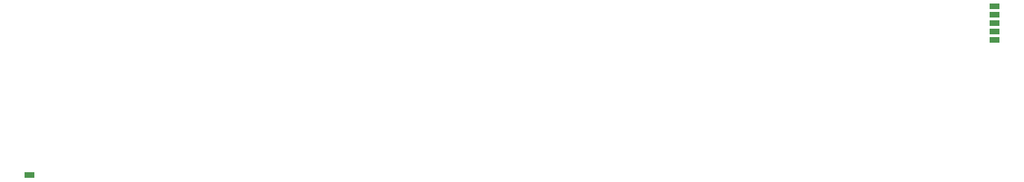
<source format=gbr>
%FSLAX34Y34*%
%MOMM*%
%LNSMDMASK_BOTTOM*%
G71*
G01*
%ADD10R,1.270X0.635*%
%LPD*%
X1478613Y2168586D02*
G54D10*
D03*
X1478613Y2158426D02*
G54D10*
D03*
X1478613Y2148774D02*
G54D10*
D03*
X1478613Y2138614D02*
G54D10*
D03*
X1478613Y2128708D02*
G54D10*
D03*
X313940Y1964926D02*
G54D10*
D03*
M02*

</source>
